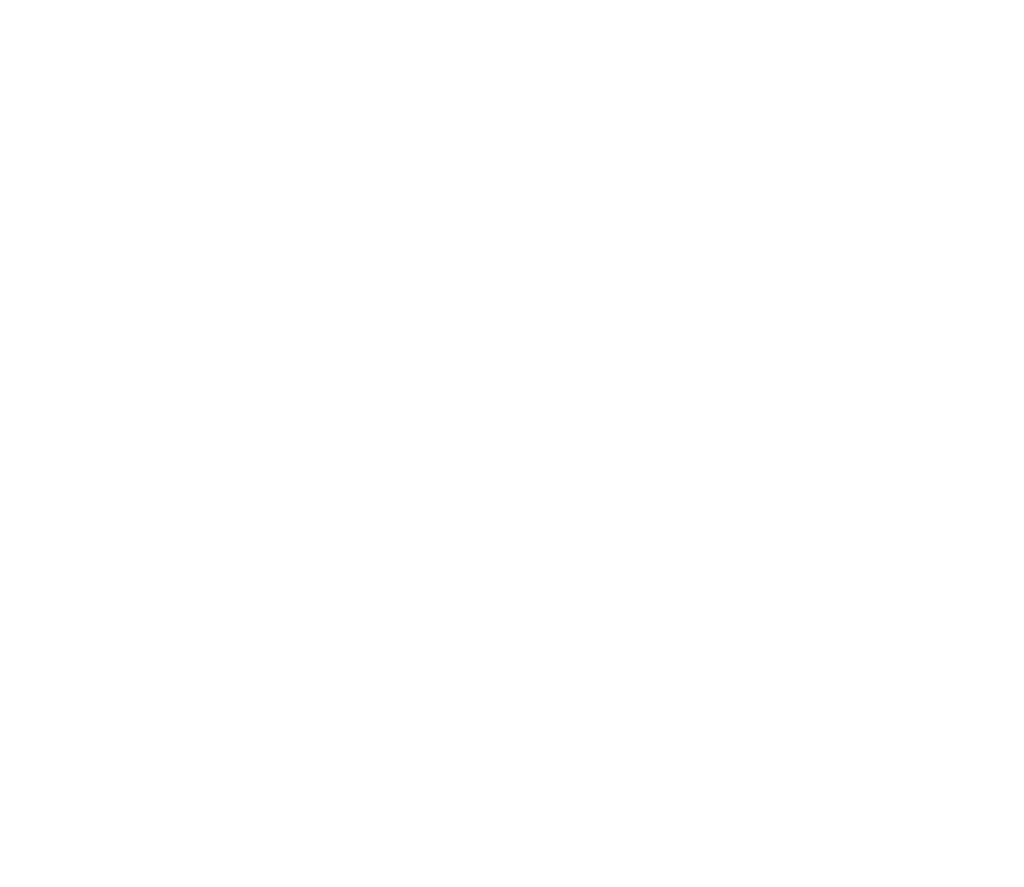
<source format=gbr>
%MOMM*%
%FSLAX36Y36*%
%ADD10C,3.14159265358979*%
D10*
G01*
%LPD*%
%LS1.25663706143592*%
X696589360Y42565465D02*
X457200000Y457200000D01*
X696589360Y871834535D01*
X935978720Y457200000D01*
X696589360Y42565465D01*
X217810640Y42565465D01*
X-21578719Y457200000D01*
X217810640Y871834535D01*
X457200000Y457200000D01*
X217810640Y42565465D01*
X-21578719Y457200000D01*
X217810640Y871834535D01*
X457200000Y457200000D01*
X217810640Y42565465D01*
X696589360Y42565465D01*
X457200000Y457200000D01*
X-21578719Y457200000D01*
X457200000Y457200000D01*
X696589360Y871834535D01*
X217810640Y871834535D01*
X696589360Y871834535D01*
X935978720Y457200000D01*
X457200000Y457200000D01*
X935978720Y457200000D01*
X696589360Y42565465D01*
%LPC*%
%LS1.15191730631626*%
X696589360Y42565465D02*
X457200000Y457200000D01*
X696589360Y871834535D01*
X935978720Y457200000D01*
X696589360Y42565465D01*
X217810640Y42565465D01*
X-21578719Y457200000D01*
X217810640Y871834535D01*
X457200000Y457200000D01*
X217810640Y42565465D01*
X-21578719Y457200000D01*
X217810640Y871834535D01*
X457200000Y457200000D01*
X217810640Y42565465D01*
X696589360Y42565465D01*
X457200000Y457200000D01*
X-21578719Y457200000D01*
X457200000Y457200000D01*
X696589360Y871834535D01*
X217810640Y871834535D01*
X696589360Y871834535D01*
X935978720Y457200000D01*
X457200000Y457200000D01*
X935978720Y457200000D01*
X696589360Y42565465D01*
%LPD*%
%LS1.0471975511966*%
X696589360Y42565465D02*
X457200000Y457200000D01*
X696589360Y871834535D01*
X935978720Y457200000D01*
X696589360Y42565465D01*
X217810640Y42565465D01*
X-21578719Y457200000D01*
X217810640Y871834535D01*
X457200000Y457200000D01*
X217810640Y42565465D01*
X-21578719Y457200000D01*
X217810640Y871834535D01*
X457200000Y457200000D01*
X217810640Y42565465D01*
X696589360Y42565465D01*
X457200000Y457200000D01*
X-21578719Y457200000D01*
X457200000Y457200000D01*
X696589360Y871834535D01*
X217810640Y871834535D01*
X696589360Y871834535D01*
X935978720Y457200000D01*
X457200000Y457200000D01*
X935978720Y457200000D01*
X696589360Y42565465D01*
%LPC*%
%LS0.942477796076938*%
X696589360Y42565465D02*
X457200000Y457200000D01*
X696589360Y871834535D01*
X935978720Y457200000D01*
X696589360Y42565465D01*
X217810640Y42565465D01*
X-21578719Y457200000D01*
X217810640Y871834535D01*
X457200000Y457200000D01*
X217810640Y42565465D01*
X-21578719Y457200000D01*
X217810640Y871834535D01*
X457200000Y457200000D01*
X217810640Y42565465D01*
X696589360Y42565465D01*
X457200000Y457200000D01*
X-21578719Y457200000D01*
X457200000Y457200000D01*
X696589360Y871834535D01*
X217810640Y871834535D01*
X696589360Y871834535D01*
X935978720Y457200000D01*
X457200000Y457200000D01*
X935978720Y457200000D01*
X696589360Y42565465D01*
%LPD*%
%LS0.837758040957278*%
X696589360Y42565465D02*
X457200000Y457200000D01*
X696589360Y871834535D01*
X935978720Y457200000D01*
X696589360Y42565465D01*
X217810640Y42565465D01*
X-21578719Y457200000D01*
X217810640Y871834535D01*
X457200000Y457200000D01*
X217810640Y42565465D01*
X-21578719Y457200000D01*
X217810640Y871834535D01*
X457200000Y457200000D01*
X217810640Y42565465D01*
X696589360Y42565465D01*
X457200000Y457200000D01*
X-21578719Y457200000D01*
X457200000Y457200000D01*
X696589360Y871834535D01*
X217810640Y871834535D01*
X696589360Y871834535D01*
X935978720Y457200000D01*
X457200000Y457200000D01*
X935978720Y457200000D01*
X696589360Y42565465D01*
%LPC*%
%LS0.733038285837618*%
X696589360Y42565465D02*
X457200000Y457200000D01*
X696589360Y871834535D01*
X935978720Y457200000D01*
X696589360Y42565465D01*
X217810640Y42565465D01*
X-21578719Y457200000D01*
X217810640Y871834535D01*
X457200000Y457200000D01*
X217810640Y42565465D01*
X-21578719Y457200000D01*
X217810640Y871834535D01*
X457200000Y457200000D01*
X217810640Y42565465D01*
X696589360Y42565465D01*
X457200000Y457200000D01*
X-21578719Y457200000D01*
X457200000Y457200000D01*
X696589360Y871834535D01*
X217810640Y871834535D01*
X696589360Y871834535D01*
X935978720Y457200000D01*
X457200000Y457200000D01*
X935978720Y457200000D01*
X696589360Y42565465D01*
%LPD*%
%LS0.628318530717959*%
X696589360Y42565465D02*
X457200000Y457200000D01*
X696589360Y871834535D01*
X935978720Y457200000D01*
X696589360Y42565465D01*
X217810640Y42565465D01*
X-21578719Y457200000D01*
X217810640Y871834535D01*
X457200000Y457200000D01*
X217810640Y42565465D01*
X-21578719Y457200000D01*
X217810640Y871834535D01*
X457200000Y457200000D01*
X217810640Y42565465D01*
X696589360Y42565465D01*
X457200000Y457200000D01*
X-21578719Y457200000D01*
X457200000Y457200000D01*
X696589360Y871834535D01*
X217810640Y871834535D01*
X696589360Y871834535D01*
X935978720Y457200000D01*
X457200000Y457200000D01*
X935978720Y457200000D01*
X696589360Y42565465D01*
%LPC*%
%LS0.523598775598299*%
X696589360Y42565465D02*
X457200000Y457200000D01*
X696589360Y871834535D01*
X935978720Y457200000D01*
X696589360Y42565465D01*
X217810640Y42565465D01*
X-21578719Y457200000D01*
X217810640Y871834535D01*
X457200000Y457200000D01*
X217810640Y42565465D01*
X-21578719Y457200000D01*
X217810640Y871834535D01*
X457200000Y457200000D01*
X217810640Y42565465D01*
X696589360Y42565465D01*
X457200000Y457200000D01*
X-21578719Y457200000D01*
X457200000Y457200000D01*
X696589360Y871834535D01*
X217810640Y871834535D01*
X696589360Y871834535D01*
X935978720Y457200000D01*
X457200000Y457200000D01*
X935978720Y457200000D01*
X696589360Y42565465D01*
%LPD*%
%LS0.418879020478639*%
X696589360Y42565465D02*
X457200000Y457200000D01*
X696589360Y871834535D01*
X935978720Y457200000D01*
X696589360Y42565465D01*
X217810640Y42565465D01*
X-21578719Y457200000D01*
X217810640Y871834535D01*
X457200000Y457200000D01*
X217810640Y42565465D01*
X-21578719Y457200000D01*
X217810640Y871834535D01*
X457200000Y457200000D01*
X217810640Y42565465D01*
X696589360Y42565465D01*
X457200000Y457200000D01*
X-21578719Y457200000D01*
X457200000Y457200000D01*
X696589360Y871834535D01*
X217810640Y871834535D01*
X696589360Y871834535D01*
X935978720Y457200000D01*
X457200000Y457200000D01*
X935978720Y457200000D01*
X696589360Y42565465D01*
%LPC*%
%LS0.314159265358979*%
X696589360Y42565465D02*
X457200000Y457200000D01*
X696589360Y871834535D01*
X935978720Y457200000D01*
X696589360Y42565465D01*
X217810640Y42565465D01*
X-21578719Y457200000D01*
X217810640Y871834535D01*
X457200000Y457200000D01*
X217810640Y42565465D01*
X-21578719Y457200000D01*
X217810640Y871834535D01*
X457200000Y457200000D01*
X217810640Y42565465D01*
X696589360Y42565465D01*
X457200000Y457200000D01*
X-21578719Y457200000D01*
X457200000Y457200000D01*
X696589360Y871834535D01*
X217810640Y871834535D01*
X696589360Y871834535D01*
X935978720Y457200000D01*
X457200000Y457200000D01*
X935978720Y457200000D01*
X696589360Y42565465D01*
%LPD*%
%LS0.20943951023932*%
X696589360Y42565465D02*
X457200000Y457200000D01*
X696589360Y871834535D01*
X935978720Y457200000D01*
X696589360Y42565465D01*
X217810640Y42565465D01*
X-21578719Y457200000D01*
X217810640Y871834535D01*
X457200000Y457200000D01*
X217810640Y42565465D01*
X-21578719Y457200000D01*
X217810640Y871834535D01*
X457200000Y457200000D01*
X217810640Y42565465D01*
X696589360Y42565465D01*
X457200000Y457200000D01*
X-21578719Y457200000D01*
X457200000Y457200000D01*
X696589360Y871834535D01*
X217810640Y871834535D01*
X696589360Y871834535D01*
X935978720Y457200000D01*
X457200000Y457200000D01*
X935978720Y457200000D01*
X696589360Y42565465D01*
%LPC*%
%LS0.10471975511966*%
X696589360Y42565465D02*
X457200000Y457200000D01*
X696589360Y871834535D01*
X935978720Y457200000D01*
X696589360Y42565465D01*
X217810640Y42565465D01*
X-21578719Y457200000D01*
X217810640Y871834535D01*
X457200000Y457200000D01*
X217810640Y42565465D01*
X-21578719Y457200000D01*
X217810640Y871834535D01*
X457200000Y457200000D01*
X217810640Y42565465D01*
X696589360Y42565465D01*
X457200000Y457200000D01*
X-21578719Y457200000D01*
X457200000Y457200000D01*
X696589360Y871834535D01*
X217810640Y871834535D01*
X696589360Y871834535D01*
X935978720Y457200000D01*
X457200000Y457200000D01*
X935978720Y457200000D01*
X696589360Y42565465D01*
M02*

</source>
